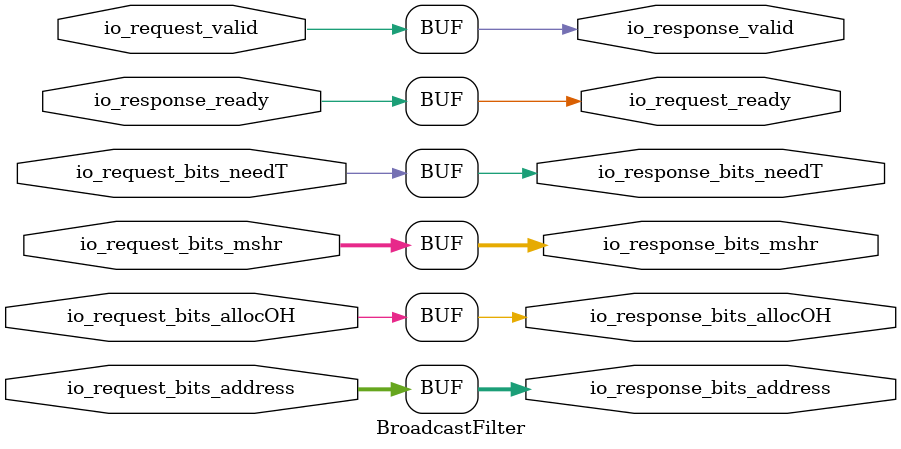
<source format=sv>
`ifndef RANDOMIZE
  `ifdef RANDOMIZE_MEM_INIT
    `define RANDOMIZE
  `endif // RANDOMIZE_MEM_INIT
`endif // not def RANDOMIZE
`ifndef RANDOMIZE
  `ifdef RANDOMIZE_REG_INIT
    `define RANDOMIZE
  `endif // RANDOMIZE_REG_INIT
`endif // not def RANDOMIZE

`ifndef RANDOM
  `define RANDOM $random
`endif // not def RANDOM

// Users can define INIT_RANDOM as general code that gets injected into the
// initializer block for modules with registers.
`ifndef INIT_RANDOM
  `define INIT_RANDOM
`endif // not def INIT_RANDOM

// If using random initialization, you can also define RANDOMIZE_DELAY to
// customize the delay used, otherwise 0.002 is used.
`ifndef RANDOMIZE_DELAY
  `define RANDOMIZE_DELAY 0.002
`endif // not def RANDOMIZE_DELAY

// Define INIT_RANDOM_PROLOG_ for use in our modules below.
`ifndef INIT_RANDOM_PROLOG_
  `ifdef RANDOMIZE
    `ifdef VERILATOR
      `define INIT_RANDOM_PROLOG_ `INIT_RANDOM
    `else  // VERILATOR
      `define INIT_RANDOM_PROLOG_ `INIT_RANDOM #`RANDOMIZE_DELAY begin end
    `endif // VERILATOR
  `else  // RANDOMIZE
    `define INIT_RANDOM_PROLOG_
  `endif // RANDOMIZE
`endif // not def INIT_RANDOM_PROLOG_

// Include register initializers in init blocks unless synthesis is set
`ifndef SYNTHESIS
  `ifndef ENABLE_INITIAL_REG_
    `define ENABLE_INITIAL_REG_
  `endif // not def ENABLE_INITIAL_REG_
`endif // not def SYNTHESIS

// Include rmemory initializers in init blocks unless synthesis is set
`ifndef SYNTHESIS
  `ifndef ENABLE_INITIAL_MEM_
    `define ENABLE_INITIAL_MEM_
  `endif // not def ENABLE_INITIAL_MEM_
`endif // not def SYNTHESIS

// Standard header to adapt well known macros for prints and assertions.

// Users can define 'PRINTF_COND' to add an extra gate to prints.
`ifndef PRINTF_COND_
  `ifdef PRINTF_COND
    `define PRINTF_COND_ (`PRINTF_COND)
  `else  // PRINTF_COND
    `define PRINTF_COND_ 1
  `endif // PRINTF_COND
`endif // not def PRINTF_COND_

// Users can define 'ASSERT_VERBOSE_COND' to add an extra gate to assert error printing.
`ifndef ASSERT_VERBOSE_COND_
  `ifdef ASSERT_VERBOSE_COND
    `define ASSERT_VERBOSE_COND_ (`ASSERT_VERBOSE_COND)
  `else  // ASSERT_VERBOSE_COND
    `define ASSERT_VERBOSE_COND_ 1
  `endif // ASSERT_VERBOSE_COND
`endif // not def ASSERT_VERBOSE_COND_

// Users can define 'STOP_COND' to add an extra gate to stop conditions.
`ifndef STOP_COND_
  `ifdef STOP_COND
    `define STOP_COND_ (`STOP_COND)
  `else  // STOP_COND
    `define STOP_COND_ 1
  `endif // STOP_COND
`endif // not def STOP_COND_

module BroadcastFilter(
  output        io_request_ready,	// @[generators/rocket-chip/src/main/scala/tilelink/Broadcast.scala:356:14]
  input         io_request_valid,	// @[generators/rocket-chip/src/main/scala/tilelink/Broadcast.scala:356:14]
  input  [1:0]  io_request_bits_mshr,	// @[generators/rocket-chip/src/main/scala/tilelink/Broadcast.scala:356:14]
  input  [31:0] io_request_bits_address,	// @[generators/rocket-chip/src/main/scala/tilelink/Broadcast.scala:356:14]
  input         io_request_bits_allocOH,	// @[generators/rocket-chip/src/main/scala/tilelink/Broadcast.scala:356:14]
                io_request_bits_needT,	// @[generators/rocket-chip/src/main/scala/tilelink/Broadcast.scala:356:14]
                io_response_ready,	// @[generators/rocket-chip/src/main/scala/tilelink/Broadcast.scala:356:14]
  output        io_response_valid,	// @[generators/rocket-chip/src/main/scala/tilelink/Broadcast.scala:356:14]
  output [1:0]  io_response_bits_mshr,	// @[generators/rocket-chip/src/main/scala/tilelink/Broadcast.scala:356:14]
  output [31:0] io_response_bits_address,	// @[generators/rocket-chip/src/main/scala/tilelink/Broadcast.scala:356:14]
  output        io_response_bits_allocOH,	// @[generators/rocket-chip/src/main/scala/tilelink/Broadcast.scala:356:14]
                io_response_bits_needT	// @[generators/rocket-chip/src/main/scala/tilelink/Broadcast.scala:356:14]
);

  assign io_request_ready = io_response_ready;
  assign io_response_valid = io_request_valid;
  assign io_response_bits_mshr = io_request_bits_mshr;
  assign io_response_bits_address = io_request_bits_address;
  assign io_response_bits_allocOH = io_request_bits_allocOH;
  assign io_response_bits_needT = io_request_bits_needT;
endmodule


</source>
